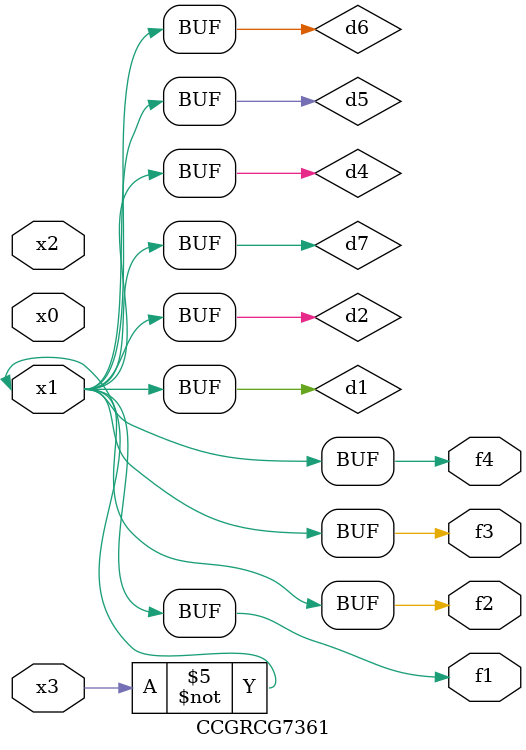
<source format=v>
module CCGRCG7361(
	input x0, x1, x2, x3,
	output f1, f2, f3, f4
);

	wire d1, d2, d3, d4, d5, d6, d7;

	not (d1, x3);
	buf (d2, x1);
	xnor (d3, d1, d2);
	nor (d4, d1);
	buf (d5, d1, d2);
	buf (d6, d4, d5);
	nand (d7, d4);
	assign f1 = d6;
	assign f2 = d7;
	assign f3 = d6;
	assign f4 = d6;
endmodule

</source>
